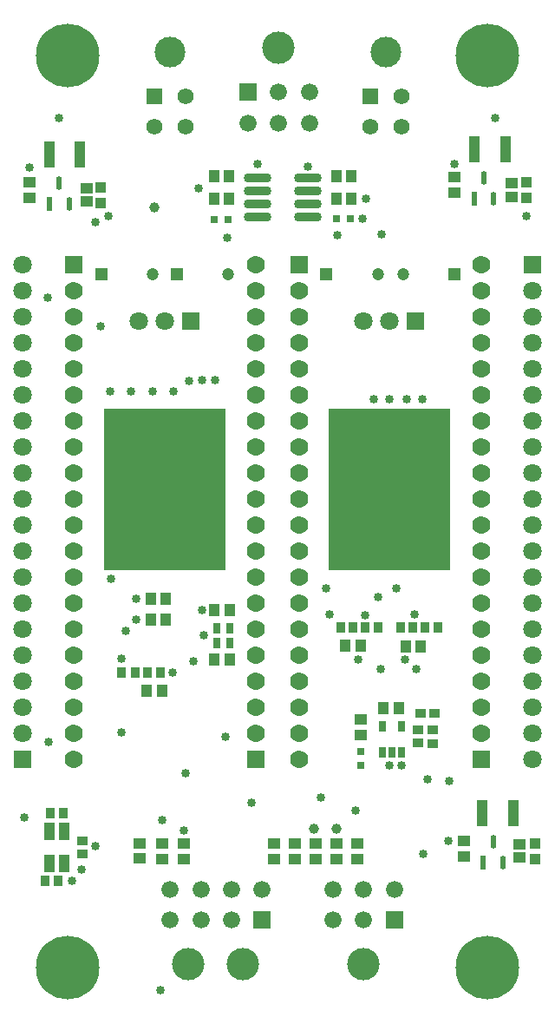
<source format=gts>
G04*
G04 #@! TF.GenerationSoftware,Altium Limited,Altium Designer,23.0.1 (38)*
G04*
G04 Layer_Color=8388736*
%FSLAX44Y44*%
%MOMM*%
G71*
G04*
G04 #@! TF.SameCoordinates,BC9D6512-4978-4A19-9F96-E8A3AF7CD3FB*
G04*
G04*
G04 #@! TF.FilePolarity,Negative*
G04*
G01*
G75*
%ADD17R,0.5851X1.3360*%
G04:AMPARAMS|DCode=18|XSize=1.336mm|YSize=0.5851mm|CornerRadius=0.2925mm|HoleSize=0mm|Usage=FLASHONLY|Rotation=90.000|XOffset=0mm|YOffset=0mm|HoleType=Round|Shape=RoundedRectangle|*
%AMROUNDEDRECTD18*
21,1,1.3360,0.0000,0,0,90.0*
21,1,0.7510,0.5851,0,0,90.0*
1,1,0.5851,0.0000,0.3755*
1,1,0.5851,0.0000,-0.3755*
1,1,0.5851,0.0000,-0.3755*
1,1,0.5851,0.0000,0.3755*
%
%ADD18ROUNDEDRECTD18*%
%ADD25R,1.1311X0.9121*%
%ADD26R,0.7000X0.7000*%
%ADD27R,1.0000X2.5000*%
%ADD31R,0.7000X0.7000*%
G04:AMPARAMS|DCode=32|XSize=1.1mm|YSize=0.6mm|CornerRadius=0.051mm|HoleSize=0mm|Usage=FLASHONLY|Rotation=90.000|XOffset=0mm|YOffset=0mm|HoleType=Round|Shape=RoundedRectangle|*
%AMROUNDEDRECTD32*
21,1,1.1000,0.4980,0,0,90.0*
21,1,0.9980,0.6000,0,0,90.0*
1,1,0.1020,0.2490,0.4990*
1,1,0.1020,0.2490,-0.4990*
1,1,0.1020,-0.2490,-0.4990*
1,1,0.1020,-0.2490,0.4990*
%
%ADD32ROUNDEDRECTD32*%
%ADD34O,2.7032X0.9032*%
%ADD35R,1.0032X1.2032*%
%ADD36R,1.2032X1.0032*%
%ADD37R,1.0532X0.9032*%
%ADD38R,0.9032X1.0532*%
%ADD39R,1.1032X1.7032*%
%ADD40R,0.9532X1.0532*%
%ADD41R,1.1032X1.2532*%
%ADD42R,1.0032X1.0032*%
%ADD43R,1.1532X1.0032*%
%ADD44R,0.8032X1.0032*%
%ADD45R,1.0532X0.9532*%
%ADD46C,1.6724*%
%ADD47R,1.6724X1.6724*%
%ADD48C,3.1524*%
%ADD49R,11.9380X15.7480*%
%ADD50C,3.0000*%
%ADD51R,1.5700X1.5700*%
%ADD52C,1.5700*%
%ADD53C,1.8032*%
%ADD54R,1.8032X1.8032*%
%ADD55C,1.7632*%
%ADD56R,1.2000X1.2000*%
%ADD57C,1.2000*%
%ADD58R,1.7632X1.7632*%
%ADD59R,1.8032X1.8032*%
%ADD60C,1.8032*%
%ADD61C,6.2032*%
%ADD62C,0.8532*%
%ADD63C,1.0032*%
D17*
X466090Y157480D02*
D03*
X42570Y799859D02*
D03*
X457250Y805180D02*
D03*
D18*
X485090Y157480D02*
D03*
X475590Y178282D02*
D03*
X61570Y799859D02*
D03*
X52070Y820661D02*
D03*
X466750Y825982D02*
D03*
X476250Y805180D02*
D03*
D25*
X417885Y303530D02*
D03*
X405075D02*
D03*
D26*
X217170Y784860D02*
D03*
X203170D02*
D03*
X322550Y786130D02*
D03*
X336550D02*
D03*
D27*
X495060Y205740D02*
D03*
X465060D02*
D03*
X42150Y848360D02*
D03*
X72150D02*
D03*
X457440Y853440D02*
D03*
X487440D02*
D03*
D31*
X346710Y266080D02*
D03*
Y252080D02*
D03*
D32*
X367080Y264830D02*
D03*
X376580D02*
D03*
X386080D02*
D03*
Y290830D02*
D03*
X367080D02*
D03*
D34*
X245630Y825763D02*
D03*
Y813063D02*
D03*
Y800363D02*
D03*
Y787663D02*
D03*
X294630Y825763D02*
D03*
Y813063D02*
D03*
Y800363D02*
D03*
Y787663D02*
D03*
D35*
X141090Y394970D02*
D03*
X156090D02*
D03*
X141090Y415290D02*
D03*
X156090D02*
D03*
X218320Y403860D02*
D03*
X203320D02*
D03*
X218320Y355600D02*
D03*
X203320D02*
D03*
X322320Y827033D02*
D03*
X337320D02*
D03*
X322320Y805443D02*
D03*
X337320D02*
D03*
X202940D02*
D03*
X217940D02*
D03*
X202940Y827033D02*
D03*
X217940D02*
D03*
X368420Y308610D02*
D03*
X383420D02*
D03*
D36*
X130810Y161530D02*
D03*
Y176530D02*
D03*
X22860Y821570D02*
D03*
Y806570D02*
D03*
X322580Y176410D02*
D03*
Y161410D02*
D03*
X302260Y176410D02*
D03*
Y161410D02*
D03*
X447040Y178950D02*
D03*
Y163950D02*
D03*
X152400Y176410D02*
D03*
X173990D02*
D03*
X346710Y297060D02*
D03*
Y282060D02*
D03*
X342900Y176290D02*
D03*
Y161290D02*
D03*
X281940Y176410D02*
D03*
Y161410D02*
D03*
X261620Y176410D02*
D03*
Y161410D02*
D03*
X173990Y161410D02*
D03*
X152400D02*
D03*
X438150Y826650D02*
D03*
Y811650D02*
D03*
D37*
X74930Y178970D02*
D03*
Y166470D02*
D03*
D38*
X43280Y205740D02*
D03*
X55780D02*
D03*
X38200Y139700D02*
D03*
X50700D02*
D03*
D39*
X42430Y157220D02*
D03*
X56605D02*
D03*
X42455Y188220D02*
D03*
X56605D02*
D03*
D40*
X421790Y387350D02*
D03*
X408790D02*
D03*
X384910D02*
D03*
X397410D02*
D03*
X326490D02*
D03*
X338990D02*
D03*
X363370D02*
D03*
X350370D02*
D03*
X112780Y342900D02*
D03*
X125780D02*
D03*
X150930D02*
D03*
X138430D02*
D03*
D41*
X404760Y368300D02*
D03*
X390260D02*
D03*
X345970Y369570D02*
D03*
X331470D02*
D03*
X137530Y325120D02*
D03*
X152030D02*
D03*
D42*
X516889Y161411D02*
D03*
Y176411D02*
D03*
X92711Y801489D02*
D03*
Y816489D02*
D03*
X508001Y806569D02*
D03*
Y821569D02*
D03*
D43*
X501650Y175410D02*
D03*
Y162410D02*
D03*
X78740Y815490D02*
D03*
Y802490D02*
D03*
X494030Y807420D02*
D03*
Y820420D02*
D03*
D44*
X205590Y386080D02*
D03*
X218590D02*
D03*
X205590Y372110D02*
D03*
X218590D02*
D03*
D45*
X402590Y274170D02*
D03*
Y287170D02*
D03*
X416560Y287020D02*
D03*
Y274020D02*
D03*
D46*
X160190Y131600D02*
D03*
X190190D02*
D03*
X220190D02*
D03*
X250190D02*
D03*
X160190Y101600D02*
D03*
X190190D02*
D03*
X220190D02*
D03*
X349222D02*
D03*
X319222D02*
D03*
X379222Y131600D02*
D03*
X349222D02*
D03*
X319222D02*
D03*
X296220Y879320D02*
D03*
X266220D02*
D03*
X236220D02*
D03*
X296220Y909320D02*
D03*
X266220D02*
D03*
D47*
X250190Y101600D02*
D03*
X379222D02*
D03*
X236220Y909320D02*
D03*
D48*
X231140Y58420D02*
D03*
X177800D02*
D03*
X349222Y58600D02*
D03*
X266220Y952320D02*
D03*
D49*
X154940Y521970D02*
D03*
X374650D02*
D03*
D50*
X160020Y948430D02*
D03*
X370840D02*
D03*
D51*
X145020Y905230D02*
D03*
X355840D02*
D03*
D52*
X175020D02*
D03*
X145020Y875230D02*
D03*
X175020D02*
D03*
X385840D02*
D03*
X355840D02*
D03*
X385840Y905230D02*
D03*
D53*
X514000Y258700D02*
D03*
Y284100D02*
D03*
Y309500D02*
D03*
Y334900D02*
D03*
Y360300D02*
D03*
Y411100D02*
D03*
Y436500D02*
D03*
Y538100D02*
D03*
Y614300D02*
D03*
Y665100D02*
D03*
Y715900D02*
D03*
Y690500D02*
D03*
Y639700D02*
D03*
Y588900D02*
D03*
Y563500D02*
D03*
Y512700D02*
D03*
Y487300D02*
D03*
Y461900D02*
D03*
Y385700D02*
D03*
X16000Y614300D02*
D03*
Y538100D02*
D03*
Y512700D02*
D03*
Y487300D02*
D03*
Y436500D02*
D03*
Y411100D02*
D03*
Y360300D02*
D03*
Y309500D02*
D03*
Y284100D02*
D03*
Y334900D02*
D03*
Y385700D02*
D03*
Y461900D02*
D03*
Y563500D02*
D03*
Y588900D02*
D03*
Y639700D02*
D03*
Y665100D02*
D03*
Y690500D02*
D03*
Y715900D02*
D03*
Y741300D02*
D03*
D54*
X514000D02*
D03*
X16000Y258700D02*
D03*
D55*
X244000Y411100D02*
D03*
Y538100D02*
D03*
Y512700D02*
D03*
X464000Y741300D02*
D03*
Y715900D02*
D03*
Y690500D02*
D03*
Y665100D02*
D03*
Y639700D02*
D03*
Y614300D02*
D03*
Y588900D02*
D03*
Y563500D02*
D03*
Y538100D02*
D03*
Y512700D02*
D03*
Y487300D02*
D03*
Y461900D02*
D03*
Y436500D02*
D03*
Y411100D02*
D03*
Y385700D02*
D03*
Y360300D02*
D03*
Y334900D02*
D03*
Y309500D02*
D03*
Y284100D02*
D03*
X286000Y258700D02*
D03*
Y284100D02*
D03*
Y309500D02*
D03*
Y334900D02*
D03*
Y360300D02*
D03*
Y385700D02*
D03*
Y411100D02*
D03*
Y436500D02*
D03*
Y461900D02*
D03*
Y487300D02*
D03*
Y512700D02*
D03*
Y538100D02*
D03*
Y563500D02*
D03*
Y588900D02*
D03*
Y614300D02*
D03*
Y639700D02*
D03*
Y665100D02*
D03*
Y690500D02*
D03*
Y715900D02*
D03*
X244000Y741300D02*
D03*
Y715900D02*
D03*
Y690500D02*
D03*
Y665100D02*
D03*
Y639700D02*
D03*
Y614300D02*
D03*
Y588900D02*
D03*
Y563500D02*
D03*
Y487300D02*
D03*
Y461900D02*
D03*
Y436500D02*
D03*
Y385700D02*
D03*
Y360300D02*
D03*
Y334900D02*
D03*
Y309500D02*
D03*
Y284100D02*
D03*
X66000Y258700D02*
D03*
Y284100D02*
D03*
Y309500D02*
D03*
Y334900D02*
D03*
Y360300D02*
D03*
Y385700D02*
D03*
Y411100D02*
D03*
Y436500D02*
D03*
Y461900D02*
D03*
Y487300D02*
D03*
Y512700D02*
D03*
Y538100D02*
D03*
Y563500D02*
D03*
Y588900D02*
D03*
Y614300D02*
D03*
Y639700D02*
D03*
Y665100D02*
D03*
Y690500D02*
D03*
Y715900D02*
D03*
D56*
X166770Y731520D02*
D03*
X437750D02*
D03*
X312820D02*
D03*
X93110D02*
D03*
D57*
X216770D02*
D03*
X387750D02*
D03*
X362820D02*
D03*
X143110D02*
D03*
D58*
X464000Y258700D02*
D03*
X286000Y741300D02*
D03*
X244000Y258700D02*
D03*
X66000Y741300D02*
D03*
D59*
X180340Y685800D02*
D03*
X400050D02*
D03*
D60*
X154940D02*
D03*
X129540D02*
D03*
X374650D02*
D03*
X349250D02*
D03*
D61*
X470000Y945000D02*
D03*
X60000D02*
D03*
X470000Y55000D02*
D03*
X60000D02*
D03*
D62*
X100330Y788670D02*
D03*
X175260Y245110D02*
D03*
X214630Y280670D02*
D03*
X406400Y609600D02*
D03*
X391440Y609672D02*
D03*
X374650Y609600D02*
D03*
X163830Y617220D02*
D03*
X101600D02*
D03*
X121920D02*
D03*
X143510D02*
D03*
X312420Y425450D02*
D03*
X365760Y346710D02*
D03*
X240030Y215900D02*
D03*
X17780Y201930D02*
D03*
X41910Y275590D02*
D03*
X102870Y434340D02*
D03*
X40640Y708660D02*
D03*
X92710Y680720D02*
D03*
X477520Y883920D02*
D03*
X359410Y609600D02*
D03*
X307340Y220980D02*
D03*
X381000Y425450D02*
D03*
X113030Y284480D02*
D03*
X407670Y166370D02*
D03*
X386080Y252730D02*
D03*
X411480Y238760D02*
D03*
X431800Y178950D02*
D03*
X433070Y237490D02*
D03*
X389890Y355600D02*
D03*
X400891Y346710D02*
D03*
X374650Y252080D02*
D03*
X508000Y788670D02*
D03*
X438150Y839470D02*
D03*
X22860Y835660D02*
D03*
X294630Y836835D02*
D03*
X347980Y786130D02*
D03*
X316230Y400050D02*
D03*
X344170Y355600D02*
D03*
X245630Y839470D02*
D03*
X179070Y627380D02*
D03*
X204470Y628650D02*
D03*
X87630Y782320D02*
D03*
X162560Y342900D02*
D03*
X215900Y767080D02*
D03*
X187960Y815340D02*
D03*
X323850Y769620D02*
D03*
X367030Y770890D02*
D03*
X351790Y805180D02*
D03*
X191770Y403860D02*
D03*
Y628650D02*
D03*
X52070Y883920D02*
D03*
X127000Y415290D02*
D03*
X126880Y395130D02*
D03*
X116840Y383540D02*
D03*
X193040Y379730D02*
D03*
X182880Y354330D02*
D03*
X363220Y416560D02*
D03*
X398780Y400050D02*
D03*
X350520Y398780D02*
D03*
X341630Y208280D02*
D03*
X113030Y356870D02*
D03*
X173990Y189230D02*
D03*
X152400Y199390D02*
D03*
X73660Y151130D02*
D03*
X64770Y139700D02*
D03*
X87630Y173990D02*
D03*
X151130Y33020D02*
D03*
D63*
X322580Y190500D02*
D03*
X144780Y797116D02*
D03*
X300990Y190500D02*
D03*
M02*

</source>
